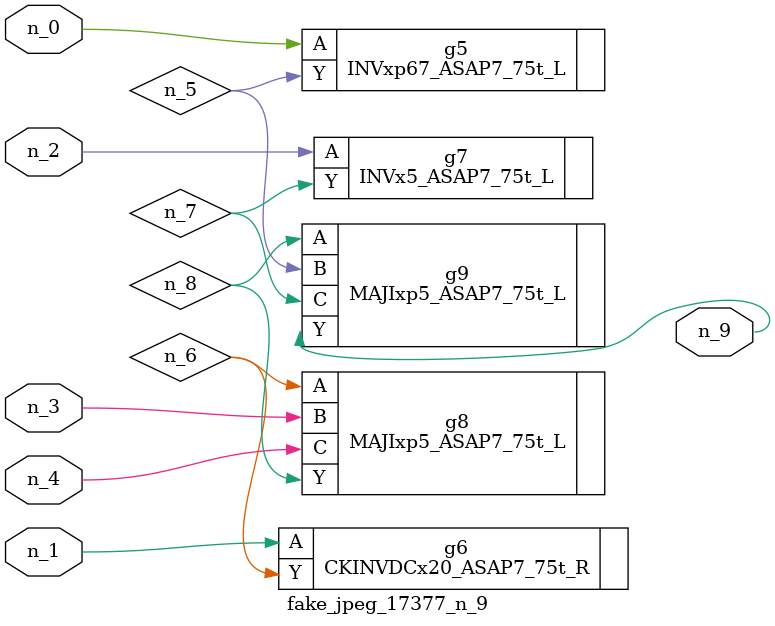
<source format=v>
module fake_jpeg_17377_n_9 (n_3, n_2, n_1, n_0, n_4, n_9);

input n_3;
input n_2;
input n_1;
input n_0;
input n_4;

output n_9;

wire n_8;
wire n_6;
wire n_5;
wire n_7;

INVxp67_ASAP7_75t_L g5 ( 
.A(n_0),
.Y(n_5)
);

CKINVDCx20_ASAP7_75t_R g6 ( 
.A(n_1),
.Y(n_6)
);

INVx5_ASAP7_75t_L g7 ( 
.A(n_2),
.Y(n_7)
);

MAJIxp5_ASAP7_75t_L g8 ( 
.A(n_6),
.B(n_3),
.C(n_4),
.Y(n_8)
);

MAJIxp5_ASAP7_75t_L g9 ( 
.A(n_8),
.B(n_5),
.C(n_7),
.Y(n_9)
);


endmodule
</source>
